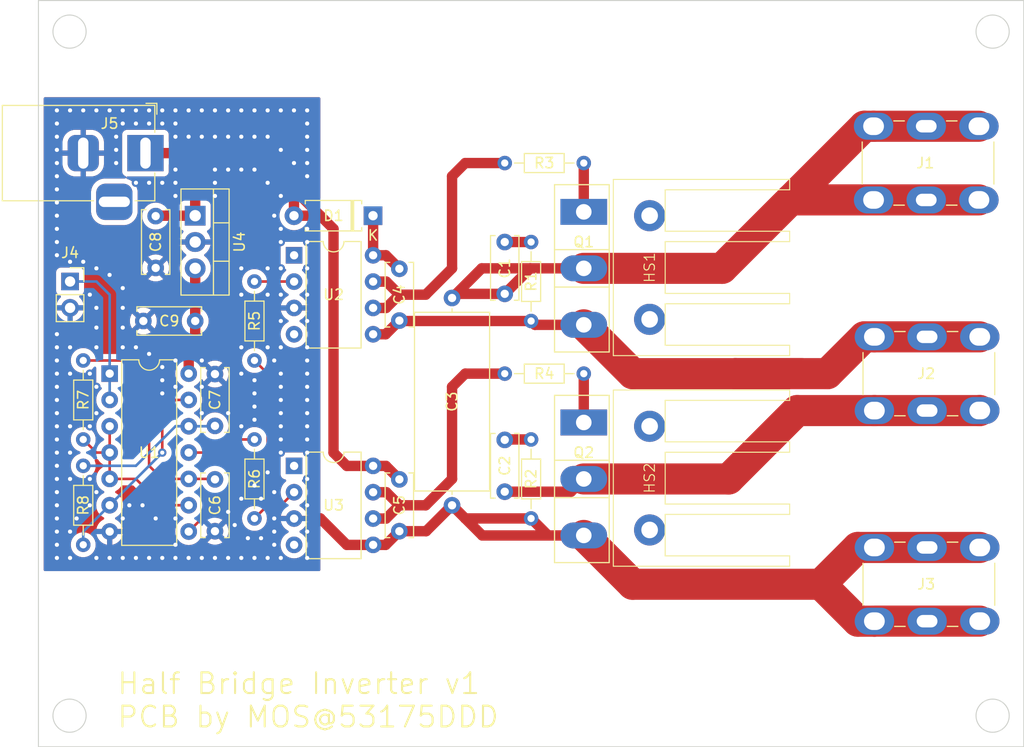
<source format=kicad_pcb>
(kicad_pcb (version 20221018) (generator pcbnew)
  (layers (0 "F.Cu" signal) (31 "B.Cu" signal) (34 "B.Paste" user) (35 "F.Paste" user) (36 "B.SilkS" user "B.Silkscreen") (37 "F.SilkS" user "F.Silkscreen") (38 "B.Mask" user) (39 "F.Mask" user) (44 "Edge.Cuts" user))
  (net 0 "")
  (net 1 "Net-(J1-Pin_1)")
  (net 2 "Net-(C1-Pad2)")
  (net 3 "Net-(J2-Pin_1)")
  (net 4 "Net-(C2-Pad2)")
  (net 5 "GND")
  (net 6 "Net-(D1-K)")
  (net 7 "+12V")
  (net 8 "Net-(C6-Pad1)")
  (net 9 "Net-(C7-Pad2)")
  (net 10 "+5V")
  (net 11 "Net-(J4-Pin_1)")
  (net 12 "Net-(Q1-G)")
  (net 13 "Net-(Q2-G)")
  (net 14 "Net-(R3-Pad1)")
  (net 15 "Net-(R4-Pad1)")
  (net 16 "Net-(R5-Pad1)")
  (net 17 "Net-(U2-A)")
  (net 18 "Net-(R6-Pad1)")
  (net 19 "Net-(U3-A)")
  (net 20 "Net-(R7-Pad1)")
  (net 21 "Net-(R8-Pad1)")
  (footprint "Resistor_THT:R_Axial_DIN0204_L3.6mm_D1.6mm_P7.62mm_Horizontal" (layer "F.Cu") (at 109.22 107.95 90)
    (fp_text reference "R7" (at 3.81 0 90) (layer "F.SilkS"))
    (fp_text value "R")
    (pad "1" thru_hole circle (at 0 0 90) (size 1.4 1.4) (drill 0.7) (layers "*.Cu" "*.Mask") (net 20 "Net-(R7-Pad1)"))
    (pad "2" thru_hole oval (at 7.62 0 90) (size 1.4 1.4) (drill 0.7) (layers "*.Cu" "*.Mask") (net 8 "Net-(C6-Pad1)"))
  )
  (footprint "Package_DIP:DIP-14_W7.62mm" (layer "F.Cu") (at 111.77 101.595)
    (fp_text reference "U1" (at 3.81 7.625) (layer "F.SilkS"))
    (fp_text value "74132")
    (pad "1" thru_hole rect (at 0 0) (size 1.6 1.6) (drill 0.8) (layers "*.Cu" "*.Mask") (net 11 "Net-(J4-Pin_1)"))
    (pad "2" thru_hole oval (at 0 2.54) (size 1.6 1.6) (drill 0.8) (layers "*.Cu" "*.Mask") (net 11 "Net-(J4-Pin_1)"))
    (pad "3" thru_hole oval (at 0 5.08) (size 1.6 1.6) (drill 0.8) (layers "*.Cu" "*.Mask") (net 20 "Net-(R7-Pad1)"))
    (pad "4" thru_hole oval (at 0 7.62) (size 1.6 1.6) (drill 0.8) (layers "*.Cu" "*.Mask") (net 20 "Net-(R7-Pad1)"))
    (pad "5" thru_hole oval (at 0 10.16) (size 1.6 1.6) (drill 0.8) (layers "*.Cu" "*.Mask") (net 20 "Net-(R7-Pad1)"))
    (pad "6" thru_hole oval (at 0 12.7) (size 1.6 1.6) (drill 0.8) (layers "*.Cu" "*.Mask") (net 21 "Net-(R8-Pad1)"))
    (pad "7" thru_hole oval (at 0 15.24) (size 1.6 1.6) (drill 0.8) (layers "*.Cu" "*.Mask") (net 5 "GND"))
    (pad "8" thru_hole oval (at 7.62 15.24) (size 1.6 1.6) (drill 0.8) (layers "*.Cu" "*.Mask") (net 16 "Net-(R5-Pad1)"))
    (pad "9" thru_hole oval (at 7.62 12.7) (size 1.6 1.6) (drill 0.8) (layers "*.Cu" "*.Mask") (net 20 "Net-(R7-Pad1)"))
    (pad "10" thru_hole oval (at 7.62 10.16) (size 1.6 1.6) (drill 0.8) (layers "*.Cu" "*.Mask") (net 8 "Net-(C6-Pad1)"))
    (pad "11" thru_hole oval (at 7.62 7.62) (size 1.6 1.6) (drill 0.8) (layers "*.Cu" "*.Mask") (net 18 "Net-(R6-Pad1)"))
    (pad "12" thru_hole oval (at 7.62 5.08) (size 1.6 1.6) (drill 0.8) (layers "*.Cu" "*.Mask") (net 9 "Net-(C7-Pad2)"))
    (pad "13" thru_hole oval (at 7.62 2.54) (size 1.6 1.6) (drill 0.8) (layers "*.Cu" "*.Mask") (net 21 "Net-(R8-Pad1)"))
    (pad "14" thru_hole oval (at 7.62 0) (size 1.6 1.6) (drill 0.8) (layers "*.Cu" "*.Mask") (net 10 "+5V"))
  )
  (footprint "Resistor_THT:R_Axial_DIN0204_L3.6mm_D1.6mm_P7.62mm_Horizontal" (layer "F.Cu") (at 149.86 81.28)
    (fp_text reference "R3" (at 3.81 0) (layer "F.SilkS"))
    (fp_text value "R")
    (pad "1" thru_hole circle (at 0 0) (size 1.4 1.4) (drill 0.7) (layers "*.Cu" "*.Mask") (net 14 "Net-(R3-Pad1)"))
    (pad "2" thru_hole oval (at 7.62 0) (size 1.4 1.4) (drill 0.7) (layers "*.Cu" "*.Mask") (net 12 "Net-(Q1-G)"))
  )
  (footprint "Resistor_THT:R_Axial_DIN0204_L3.6mm_D1.6mm_P7.62mm_Horizontal" (layer "F.Cu") (at 125.73 107.95 -90)
    (fp_text reference "R6" (at 3.81 0 90) (layer "F.SilkS"))
    (fp_text value "R")
    (pad "1" thru_hole circle (at 0 0 270) (size 1.4 1.4) (drill 0.7) (layers "*.Cu" "*.Mask") (net 18 "Net-(R6-Pad1)"))
    (pad "2" thru_hole oval (at 7.62 0 270) (size 1.4 1.4) (drill 0.7) (layers "*.Cu" "*.Mask") (net 19 "Net-(U3-A)"))
  )
  (footprint "Capacitor_THT:C_Axial_L17.0mm_D7.0mm_P20.00mm_Horizontal" (layer "F.Cu") (at 144.78 94.3 -90)
    (fp_text reference "C3" (at 10 0 90) (layer "F.SilkS"))
    (fp_text value "C")
    (pad "1" thru_hole circle (at 0 0 270) (size 1.6 1.6) (drill 0.8) (layers "*.Cu" "*.Mask") (net 1 "Net-(J1-Pin_1)"))
    (pad "2" thru_hole oval (at 20 0 270) (size 1.6 1.6) (drill 0.8) (layers "*.Cu" "*.Mask") (net 5 "GND"))
  )
  (footprint "Connector_BarrelJack:BarrelJack_Horizontal" (layer "F.Cu") (at 115.22 80.3225)
    (fp_text reference "J5" (at -3.46 -2.8525) (layer "F.SilkS"))
    (fp_text value "Barrel_Jack")
    (pad "1" thru_hole rect (at 0 0) (size 3.5 3.5) (drill oval 1 3) (layers "*.Cu" "*.Mask") (net 7 "+12V"))
    (pad "2" thru_hole roundrect (at -6 0) (size 3 3.5) (drill oval 1 3) (layers "*.Cu" "*.Mask") (net 5 "GND"))
    (pad "3" thru_hole roundrect (at -3 4.7) (size 3.5 3.5) (drill oval 3 1) (layers "*.Cu" "*.Mask"))
  )
  (footprint "Capacitor_THT:C_Disc_D6.0mm_W2.5mm_P5.00mm" (layer "F.Cu") (at 139.7 91.48 -90)
    (fp_text reference "C4" (at 2.5 0 90) (layer "F.SilkS"))
    (fp_text value "C")
    (pad "1" thru_hole circle (at 0 0 270) (size 1.6 1.6) (drill 0.8) (layers "*.Cu" "*.Mask") (net 6 "Net-(D1-K)"))
    (pad "2" thru_hole circle (at 5 0 270) (size 1.6 1.6) (drill 0.8) (layers "*.Cu" "*.Mask") (net 3 "Net-(J2-Pin_1)"))
  )
  (footprint "Capacitor_THT:C_Disc_D6.0mm_W2.5mm_P5.00mm" (layer "F.Cu") (at 149.86 93.9 90)
    (fp_text reference "C1" (at 2.46 0 90) (layer "F.SilkS"))
    (fp_text value "C")
    (pad "1" thru_hole circle (at 0 0 90) (size 1.6 1.6) (drill 0.8) (layers "*.Cu" "*.Mask") (net 1 "Net-(J1-Pin_1)"))
    (pad "2" thru_hole circle (at 5 0 90) (size 1.6 1.6) (drill 0.8) (layers "*.Cu" "*.Mask") (net 2 "Net-(C1-Pad2)"))
  )
  (footprint "Screw-on-Board:Screw-on-Board" (layer "F.Cu") (at 190.5 121.92)
    (fp_text reference "J3" (at 0 0) (layer "F.SilkS"))
    (fp_text value "Conn_01x01_Pin")
    (pad "1" thru_hole oval (at -5 -3.55) (size 3.8 2.6) (drill oval 2 1.7) (layers "*.Cu" "*.Mask") (net 5 "GND"))
    (pad "1" thru_hole oval (at -5 3.562) (size 3.8 2.6) (drill oval 2 1.7) (layers "*.Cu" "*.Mask") (net 5 "GND"))
    (pad "1" thru_hole oval (at 0.08 -3.55) (size 3.8 2.6) (drill oval 2 1.2) (layers "*.Cu" "*.Mask") (net 5 "GND"))
    (pad "1" thru_hole oval (at 0.08 3.562) (size 3.8 2.6) (drill oval 2 1.2) (layers "*.Cu" "*.Mask") (net 5 "GND"))
    (pad "1" thru_hole oval (at 5.16 -3.55) (size 3.8 2.6) (drill oval 2 1.7) (layers "*.Cu" "*.Mask") (net 5 "GND"))
    (pad "1" thru_hole oval (at 5.16 3.556) (size 3.8 2.6) (drill oval 2 1.7) (layers "*.Cu" "*.Mask") (net 5 "GND"))
  )
  (footprint "Screw-on-Board:Screw-on-Board" (layer "F.Cu") (at 190.5 101.6)
    (fp_text reference "J2" (at 0 0) (layer "F.SilkS"))
    (fp_text value "Conn_01x01_Pin")
    (pad "1" thru_hole oval (at -5 -3.55) (size 3.8 2.6) (drill oval 2 1.7) (layers "*.Cu" "*.Mask") (net 3 "Net-(J2-Pin_1)"))
    (pad "1" thru_hole oval (at -5 3.562) (size 3.8 2.6) (drill oval 2 1.7) (layers "*.Cu" "*.Mask") (net 3 "Net-(J2-Pin_1)"))
    (pad "1" thru_hole oval (at 0.08 -3.55) (size 3.8 2.6) (drill oval 2 1.2) (layers "*.Cu" "*.Mask") (net 3 "Net-(J2-Pin_1)"))
    (pad "1" thru_hole oval (at 0.08 3.562) (size 3.8 2.6) (drill oval 2 1.2) (layers "*.Cu" "*.Mask") (net 3 "Net-(J2-Pin_1)"))
    (pad "1" thru_hole oval (at 5.16 -3.55) (size 3.8 2.6) (drill oval 2 1.7) (layers "*.Cu" "*.Mask") (net 3 "Net-(J2-Pin_1)"))
    (pad "1" thru_hole oval (at 5.16 3.556) (size 3.8 2.6) (drill oval 2 1.7) (layers "*.Cu" "*.Mask") (net 3 "Net-(J2-Pin_1)"))
  )
  (footprint "Resistor_THT:R_Axial_DIN0204_L3.6mm_D1.6mm_P7.62mm_Horizontal" (layer "F.Cu") (at 125.73 100.33 90)
    (fp_text reference "R5" (at 3.81 0 90) (layer "F.SilkS"))
    (fp_text value "R")
    (pad "1" thru_hole circle (at 0 0 90) (size 1.4 1.4) (drill 0.7) (layers "*.Cu" "*.Mask") (net 16 "Net-(R5-Pad1)"))
    (pad "2" thru_hole oval (at 7.62 0 90) (size 1.4 1.4) (drill 0.7) (layers "*.Cu" "*.Mask") (net 17 "Net-(U2-A)"))
  )
  (footprint "Package_DIP:DIP-8_W7.62mm" (layer "F.Cu") (at 129.55 110.5)
    (fp_text reference "U3" (at 3.81 3.8) (layer "F.SilkS"))
    (fp_text value "TLP250")
    (pad "1" thru_hole rect (at 0 0) (size 1.6 1.6) (drill 0.8) (layers "*.Cu" "*.Mask"))
    (pad "2" thru_hole oval (at 0 2.54) (size 1.6 1.6) (drill 0.8) (layers "*.Cu" "*.Mask") (net 19 "Net-(U3-A)"))
    (pad "3" thru_hole oval (at 0 5.08) (size 1.6 1.6) (drill 0.8) (layers "*.Cu" "*.Mask") (net 5 "GND"))
    (pad "4" thru_hole oval (at 0 7.62) (size 1.6 1.6) (drill 0.8) (layers "*.Cu" "*.Mask"))
    (pad "5" thru_hole oval (at 7.62 7.62) (size 1.6 1.6) (drill 0.8) (layers "*.Cu" "*.Mask") (net 5 "GND"))
    (pad "6" thru_hole oval (at 7.62 5.08) (size 1.6 1.6) (drill 0.8) (layers "*.Cu" "*.Mask") (net 15 "Net-(R4-Pad1)"))
    (pad "7" thru_hole oval (at 7.62 2.54) (size 1.6 1.6) (drill 0.8) (layers "*.Cu" "*.Mask") (net 15 "Net-(R4-Pad1)"))
    (pad "8" thru_hole oval (at 7.62 0) (size 1.6 1.6) (drill 0.8) (layers "*.Cu" "*.Mask") (net 7 "+12V"))
  )
  (footprint "Capacitor_THT:C_Disc_D6.0mm_W2.5mm_P5.00mm" (layer "F.Cu") (at 121.92 101.64 -90)
    (fp_text reference "C7" (at 2.5 0 90) (layer "F.SilkS"))
    (fp_text value "C")
    (pad "1" thru_hole circle (at 0 0 270) (size 1.6 1.6) (drill 0.8) (layers "*.Cu" "*.Mask") (net 5 "GND"))
    (pad "2" thru_hole circle (at 5 0 270) (size 1.6 1.6) (drill 0.8) (layers "*.Cu" "*.Mask") (net 9 "Net-(C7-Pad2)"))
  )
  (footprint "Diode_THT:D_A-405_P7.62mm_Horizontal" (layer "F.Cu") (at 137.16 86.36 180)
    (fp_text reference "D1" (at 3.81 0) (layer "F.SilkS"))
    (fp_text value "D")
    (fp_text user "K" (at 0 -1.9) (layer "F.SilkS"))
    (pad "1" thru_hole rect (at 0 0 180) (size 1.8 1.8) (drill 0.9) (layers "*.Cu" "*.Mask") (net 6 "Net-(D1-K)"))
    (pad "2" thru_hole oval (at 7.62 0 180) (size 1.8 1.8) (drill 0.9) (layers "*.Cu" "*.Mask") (net 7 "+12V"))
  )
  (footprint "Resistor_THT:R_Axial_DIN0204_L3.6mm_D1.6mm_P7.62mm_Horizontal" (layer "F.Cu") (at 152.4 107.95 -90)
    (fp_text reference "R2" (at 3.81 0 90) (layer "F.SilkS"))
    (fp_text value "R")
    (pad "1" thru_hole circle (at 0 0 270) (size 1.4 1.4) (drill 0.7) (layers "*.Cu" "*.Mask") (net 4 "Net-(C2-Pad2)"))
    (pad "2" thru_hole oval (at 7.62 0 270) (size 1.4 1.4) (drill 0.7) (layers "*.Cu" "*.Mask") (net 5 "GND"))
  )
  (footprint "Capacitor_THT:C_Disc_D6.0mm_W2.5mm_P5.00mm" (layer "F.Cu") (at 149.86 112.99 90)
    (fp_text reference "C2" (at 2.5 0 90) (layer "F.SilkS"))
    (fp_text value "C")
    (pad "1" thru_hole circle (at 0 0 90) (size 1.6 1.6) (drill 0.8) (layers "*.Cu" "*.Mask") (net 3 "Net-(J2-Pin_1)"))
    (pad "2" thru_hole circle (at 5 0 90) (size 1.6 1.6) (drill 0.8) (layers "*.Cu" "*.Mask") (net 4 "Net-(C2-Pad2)"))
  )
  (footprint "Heatsink:16PB017" (layer "F.Cu") (at 163.83 91.36 -90)
    (fp_text reference "HS1" (at 0 0 90 unlocked) (layer "F.SilkS") (effects (font (thickness 0.1))))
    (fp_text value "Heatsink_Pad_2Pin")
    (pad "1" thru_hole circle (at -5 0 270) (size 3 3) (drill 1.6) (layers "*.Cu" "*.Mask") (net 5 "GND"))
    (pad "2" thru_hole circle (at 5 0 270) (size 3 3) (drill 1.6) (layers "*.Cu" "*.Mask") (net 5 "GND"))
  )
  (footprint "Capacitor_THT:C_Disc_D6.0mm_W2.5mm_P5.00mm" (layer "F.Cu") (at 139.7 111.8 -90)
    (fp_text reference "C5" (at 2.5 0 90) (layer "F.SilkS"))
    (fp_text value "C")
    (pad "1" thru_hole circle (at 0 0 270) (size 1.6 1.6) (drill 0.8) (layers "*.Cu" "*.Mask") (net 7 "+12V"))
    (pad "2" thru_hole circle (at 5 0 270) (size 1.6 1.6) (drill 0.8) (layers "*.Cu" "*.Mask") (net 5 "GND"))
  )
  (footprint "Resistor_THT:R_Axial_DIN0204_L3.6mm_D1.6mm_P7.62mm_Horizontal" (layer "F.Cu") (at 109.22 118.11 90)
    (fp_text reference "R8" (at 3.81 0 90) (layer "F.SilkS"))
    (fp_text value "R")
    (pad "1" thru_hole circle (at 0 0 90) (size 1.4 1.4) (drill 0.7) (layers "*.Cu" "*.Mask") (net 21 "Net-(R8-Pad1)"))
    (pad "2" thru_hole oval (at 7.62 0 90) (size 1.4 1.4) (drill 0.7) (layers "*.Cu" "*.Mask") (net 9 "Net-(C7-Pad2)"))
  )
  (footprint "Package_TO_SOT_THT:TO-220-3_Vertical" (layer "F.Cu") (at 120.015 86.36 -90)
    (fp_text reference "U4" (at 2.54 -4.27 90) (layer "F.SilkS"))
    (fp_text value "L7805")
    (pad "1" thru_hole rect (at 0 0 270) (size 1.905 2) (drill 1.1) (layers "*.Cu" "*.Mask") (net 7 "+12V"))
    (pad "2" thru_hole oval (at 2.54 0 270) (size 1.905 2) (drill 1.1) (layers "*.Cu" "*.Mask") (net 5 "GND"))
    (pad "3" thru_hole oval (at 5.08 0 270) (size 1.905 2) (drill 1.1) (layers "*.Cu" "*.Mask") (net 10 "+5V"))
  )
  (footprint "Package_TO_SOT_THT:TO-247-3_Vertical" (layer "F.Cu") (at 157.48 85.99 -90)
    (fp_text reference "Q1" (at 2.91 0 -180) (layer "F.SilkS"))
    (fp_text value "BUZ11")
    (pad "1" thru_hole rect (at 0 0 270) (size 2.5 4.5) (drill 1.5) (layers "*.Cu" "*.Mask") (net 12 "Net-(Q1-G)"))
    (pad "2" thru_hole oval (at 5.45 0 270) (size 2.5 4.5) (drill 1.5) (layers "*.Cu" "*.Mask") (net 1 "Net-(J1-Pin_1)"))
    (pad "3" thru_hole oval (at 10.9 0 270) (size 2.5 4.5) (drill 1.5) (layers "*.Cu" "*.Mask") (net 3 "Net-(J2-Pin_1)"))
  )
  (footprint "Resistor_THT:R_Axial_DIN0204_L3.6mm_D1.6mm_P7.62mm_Horizontal" (layer "F.Cu") (at 149.86 101.6)
    (fp_text reference "R4" (at 3.81 0) (layer "F.SilkS"))
    (fp_text value "R")
    (pad "1" thru_hole circle (at 0 0) (size 1.4 1.4) (drill 0.7) (layers "*.Cu" "*.Mask") (net 15 "Net-(R4-Pad1)"))
    (pad "2" thru_hole oval (at 7.62 0) (size 1.4 1.4) (drill 0.7) (layers "*.Cu" "*.Mask") (net 13 "Net-(Q2-G)"))
  )
  (footprint "Capacitor_THT:C_Disc_D6.0mm_W2.5mm_P5.00mm" (layer "F.Cu") (at 120.015 96.52 180)
    (fp_text reference "C9" (at 2.5 0) (layer "F.SilkS"))
    (fp_text value "C")
    (pad "1" thru_hole circle (at 0 0 180) (size 1.6 1.6) (drill 0.8) (layers "*.Cu" "*.Mask") (net 10 "+5V"))
    (pad "2" thru_hole circle (at 5 0 180) (size 1.6 1.6) (drill 0.8) (layers "*.Cu" "*.Mask") (net 5 "GND"))
  )
  (footprint "Screw-on-Board:Screw-on-Board" (layer "F.Cu") (at 190.42 81.28)
    (fp_text reference "J1" (at 0 0) (layer "F.SilkS"))
    (fp_text value "Conn_01x01_Pin")
    (pad "1" thru_hole oval (at -5 -3.55) (size 3.8 2.6) (drill oval 2 1.7) (layers "*.Cu" "*.Mask") (net 1 "Net-(J1-Pin_1)"))
    (pad "1" thru_hole oval (at -5 3.562) (size 3.8 2.6) (drill oval 2 1.7) (layers "*.Cu" "*.Mask") (net 1 "Net-(J1-Pin_1)"))
    (pad "1" thru_hole oval (at 0.08 -3.55) (size 3.8 2.6) (drill oval 2 1.2) (layers "*.Cu" "*.Mask") (net 1 "Net-(J1-Pin_1)"))
    (pad "1" thru_hole oval (at 0.08 3.562) (size 3.8 2.6) (drill oval 2 1.2) (layers "*.Cu" "*.Mask") (net 1 "Net-(J1-Pin_1)"))
    (pad "1" thru_hole oval (at 5.16 -3.55) (size 3.8 2.6) (drill oval 2 1.7) (layers "*.Cu" "*.Mask") (net 1 "Net-(J1-Pin_1)"))
    (pad "1" thru_hole oval (at 5.16 3.556) (size 3.8 2.6) (drill oval 2 1.7) (layers "*.Cu" "*.Mask") (net 1 "Net-(J1-Pin_1)"))
  )
  (footprint "Capacitor_THT:C_Disc_D6.0mm_W2.5mm_P5.00mm" (layer "F.Cu") (at 116.205 86.4 -90)
    (fp_text reference "C8" (at 2.5 0 90) (layer "F.SilkS"))
    (fp_text value "C")
    (pad "1" thru_hole circle (at 0 0 270) (size 1.6 1.6) (drill 0.8) (layers "*.Cu" "*.Mask") (net 7 "+12V"))
    (pad "2" thru_hole circle (at 5 0 270) (size 1.6 1.6) (drill 0.8) (layers "*.Cu" "*.Mask") (net 5 "GND"))
  )
  (footprint "Heatsink:16PB017" (layer "F.Cu") (at 163.83 111.68 -90)
    (fp_text reference "HS2" (at 0 0 90 unlocked) (layer "F.SilkS") (effects (font (thickness 0.1))))
    (fp_text value "Heatsink_Pad_2Pin")
    (pad "1" thru_hole circle (at -5 0 270) (size 3 3) (drill 1.6) (layers "*.Cu" "*.Mask") (net 5 "GND"))
    (pad "2" thru_hole circle (at 5 0 270) (size 3 3) (drill 1.6) (layers "*.Cu" "*.Mask") (net 5 "GND"))
  )
  (footprint "Resistor_THT:R_Axial_DIN0204_L3.6mm_D1.6mm_P7.62mm_Horizontal" (layer "F.Cu") (at 152.4 88.9 -90)
    (fp_text reference "R1" (at 3.81 0 90) (layer "F.SilkS"))
    (fp_text value "R")
    (pad "1" thru_hole circle (at 0 0 270) (size 1.4 1.4) (drill 0.7) (layers "*.Cu" "*.Mask") (net 2 "Net-(C1-Pad2)"))
    (pad "2" thru_hole oval (at 7.62 0 270) (size 1.4 1.4) (drill 0.7) (layers "*.Cu" "*.Mask") (net 3 "Net-(J2-Pin_1)"))
  )
  (footprint "Package_DIP:DIP-8_W7.62mm" (layer "F.Cu") (at 129.55 90.18)
    (fp_text reference "U2" (at 3.81 3.8) (layer "F.SilkS"))
    (fp_text value "TLP250")
    (pad "1" thru_hole rect (at 0 0) (size 1.6 1.6) (drill 0.8) (layers "*.Cu" "*.Mask"))
    (pad "2" thru_hole oval (at 0 2.54) (size 1.6 1.6) (drill 0.8) (layers "*.Cu" "*.Mask") (net 17 "Net-(U2-A)"))
    (pad "3" thru_hole oval (at 0 5.08) (size 1.6 1.6) (drill 0.8) (layers "*.Cu" "*.Mask") (net 5 "GND"))
    (pad "4" thru_hole oval (at 0 7.62) (size 1.6 1.6) (drill 0.8) (layers "*.Cu" "*.Mask"))
    (pad "5" thru_hole oval (at 7.62 7.62) (size 1.6 1.6) (drill 0.8) (layers "*.Cu" "*.Mask") (net 3 "Net-(J2-Pin_1)"))
    (pad "6" thru_hole oval (at 7.62 5.08) (size 1.6 1.6) (drill 0.8) (layers "*.Cu" "*.Mask") (net 14 "Net-(R3-Pad1)"))
    (pad "7" thru_hole oval (at 7.62 2.54) (size 1.6 1.6) (drill 0.8) (layers "*.Cu" "*.Mask") (net 14 "Net-(R3-Pad1)"))
    (pad "8" thru_hole oval (at 7.62 0) (size 1.6 1.6) (drill 0.8) (layers "*.Cu" "*.Mask") (net 6 "Net-(D1-K)"))
  )
  (footprint "Package_TO_SOT_THT:TO-247-3_Vertical" (layer "F.Cu") (at 157.48 106.31 -90)
    (fp_text reference "Q2" (at 2.91 0 -180) (layer "F.SilkS"))
    (fp_text value "BUZ11")
    (pad "1" thru_hole rect (at 0 0 270) (size 2.5 4.5) (drill 1.5) (layers "*.Cu" "*.Mask") (net 13 "Net-(Q2-G)"))
    (pad "2" thru_hole oval (at 5.45 0 270) (size 2.5 4.5) (drill 1.5) (layers "*.Cu" "*.Mask") (net 3 "Net-(J2-Pin_1)"))
    (pad "3" thru_hole oval (at 10.9 0 270) (size 2.5 4.5) (drill 1.5) (layers "*.Cu" "*.Mask") (net 5 "GND"))
  )
  (footprint "Connector_PinSocket_2.54mm:PinSocket_1x02_P2.54mm_Vertical" (layer "F.Cu") (at 107.95 92.71)
    (fp_text reference "J4" (at 0 -2.77) (layer "F.SilkS"))
    (fp_text value "Conn_01x02_Pin")
    (pad "1" thru_hole rect (at 0 0) (size 1.7 1.7) (drill 1) (layers "*.Cu" "*.Mask") (net 11 "Net-(J4-Pin_1)"))
    (pad "2" thru_hole oval (at 0 2.54) (size 1.7 1.7) (drill 1) (layers "*.Cu" "*.Mask") (net 5 "GND"))
  )
  (footprint "Capacitor_THT:C_Disc_D6.0mm_W2.5mm_P5.00mm" (layer "F.Cu") (at 121.92 111.8 -90)
    (fp_text reference "C6" (at 2.5 0 90) (layer "F.SilkS"))
    (fp_text value "C")
    (pad "1" thru_hole circle (at 0 0 270) (size 1.6 1.6) (drill 0.8) (layers "*.Cu" "*.Mask") (net 8 "Net-(C6-Pad1)"))
    (pad "2" thru_hole circle (at 5 0 270) (size 1.6 1.6) (drill 0.8) (layers "*.Cu" "*.Mask") (net 5 "GND"))
  )
  (gr_circle (center 196.9 134.6) (end 195.3 134.6) (stroke (width 0.1)) (fill none) (layer "Edge.Cuts"))
  (gr_circle (center 196.9 68.6) (end 196.9 70.2) (stroke (width 0.1)) (fill none) (layer "Edge.Cuts"))
  (gr_circle (center 107.9 134.6) (end 107.9 133) (stroke (width 0.1)) (fill none) (layer "Edge.Cuts"))
  (gr_rect (start 104.9 65.6) (end 199.9 137.6) (stroke (width 0.1)) (fill none) (layer "Edge.Cuts"))
  (gr_circle (center 107.9 68.6) (end 109.5 68.6) (stroke (width 0.1)) (fill none) (layer "Edge.Cuts"))
  (gr_text "Half Bridge Inverter v1\nPCB by MOS@53175DDD" (at 112.395 135.89) (layer "F.SilkS") (effects (font (size 2 2) (thickness 0.2)) (justify left bottom)))
  (segment (start 177.546 84.836) (end 177.4825 84.7725) (width 3) (layer "F.Cu") (net 1))
  (segment (start 152.32 91.44) (end 147.64 91.44) (width 1) (layer "F.Cu") (net 1))
  (segment (start 185.42 77.73) (end 184.525 77.73) (width 3) (layer "F.Cu") (net 1))
  (segment (start 195.58 84.836) (end 177.546 84.836) (width 3) (layer "F.Cu") (net 1))
  (segment (start 177.4825 84.7725) (end 170.815 91.44) (width 3) (layer "F.Cu") (net 1))
  (segment (start 184.525 77.73) (end 177.4825 84.7725) (width 3) (layer "F.Cu") (net 1))
  (segment (start 147.64 91.44) (end 145.18 93.9) (width 1) (layer "F.Cu") (net 1))
  (segment (start 170.815 91.44) (end 157.48 91.44) (width 3) (layer "F.Cu") (net 1))
  (segment (start 195.58 77.73) (end 185.42 77.73) (width 3) (layer "F.Cu") (net 1))
  (segment (start 149.86 93.9) (end 145.18 93.9) (width 1) (layer "F.Cu") (net 1))
  (segment (start 145.18 93.9) (end 144.78 94.3) (width 1) (layer "F.Cu") (net 1))
  (segment (start 152.32 91.44) (end 149.86 93.9) (width 1) (layer "F.Cu") (net 1))
  (segment (start 157.48 91.44) (end 152.32 91.44) (width 1) (layer "F.Cu") (net 1))
  (segment (start 152.4 88.9) (end 149.86 88.9) (width 1) (layer "F.Cu") (net 2))
  (segment (start 157.48 96.89) (end 152.77 96.89) (width 1) (layer "F.Cu") (net 3))
  (segment (start 185.5 105.162) (end 195.654 105.162) (width 3) (layer "F.Cu") (net 3))
  (segment (start 195.654 105.162) (end 195.66 105.156) (width 3) (layer "F.Cu") (net 3))
  (segment (start 152.4 96.52) (end 139.74 96.52) (width 1) (layer "F.Cu") (net 3))
  (segment (start 138.38 97.8) (end 139.7 96.48) (width 1) (layer "F.Cu") (net 3))
  (segment (start 184.525 98.05) (end 180.975 101.6) (width 3) (layer "F.Cu") (net 3))
  (segment (start 171.45 111.76) (end 178.048 105.162) (width 3) (layer "F.Cu") (net 3))
  (segment (start 185.5 98.05) (end 184.525 98.05) (width 3) (layer "F.Cu") (net 3))
  (segment (start 195.66 98.05) (end 185.5 98.05) (width 3) (layer "F.Cu") (net 3))
  (segment (start 172.085 101.6) (end 178.515242 101.6) (width 3) (layer "F.Cu") (net 3))
  (segment (start 178.048 105.162) (end 185.5 105.162) (width 3) (layer "F.Cu") (net 3))
  (segment (start 180.975 101.6) (end 172.085 101.6) (width 3) (layer "F.Cu") (net 3))
  (segment (start 172.085 101.6) (end 162.19 101.6) (width 3) (layer "F.Cu") (net 3))
  (segment (start 156.25 112.99) (end 157.48 111.76) (width 1) (layer "F.Cu") (net 3))
  (segment (start 149.86 112.99) (end 156.25 112.99) (width 1) (layer "F.Cu") (net 3))
  (segment (start 139.74 96.52) (end 139.7 96.48) (width 1) (layer "F.Cu") (net 3))
  (segment (start 137.17 97.8) (end 138.38 97.8) (width 1) (layer "F.Cu") (net 3))
  (segment (start 157.48 111.76) (end 171.45 111.76) (width 3) (layer "F.Cu") (net 3))
  (segment (start 162.19 101.6) (end 157.48 96.89) (width 3) (layer "F.Cu") (net 3))
  (segment (start 152.77 96.89) (end 152.4 96.52) (width 1) (layer "F.Cu") (net 3))
  (segment (start 152.4 107.95) (end 149.9 107.95) (width 1) (layer "F.Cu") (net 4))
  (segment (start 149.9 107.95) (end 149.86 107.99) (width 1) (layer "F.Cu") (net 4))
  (segment (start 139.7 116.8) (end 142.28 116.8) (width 1) (layer "F.Cu") (net 5))
  (segment (start 195.66 125.476) (end 185.506 125.476) (width 3) (layer "F.Cu") (net 5))
  (segment (start 195.66 118.37) (end 183.89 118.37) (width 3) (layer "F.Cu") (net 5))
  (segment (start 134.63 118.12) (end 132.08 115.57) (width 1) (layer "F.Cu") (net 5))
  (segment (start 185.506 125.476) (end 185.5 125.482) (width 3) (layer "F.Cu") (net 5))
  (segment (start 157.48 117.21) (end 154.04 117.21) (width 1) (layer "F.Cu") (net 5))
  (segment (start 152.4 115.57) (end 146.05 115.57) (width 1) (layer "F.Cu") (net 5))
  (segment (start 183.902 125.482) (end 185.5 125.482) (width 3) (layer "F.Cu") (net 5))
  (segment (start 154.04 117.21) (end 152.4 115.57) (width 1) (layer "F.Cu") (net 5))
  (segment (start 132.08 115.57) (end 131.445 115.57) (width 1) (layer "F.Cu") (net 5))
  (segment (start 138.38 118.12) (end 139.7 116.8) (width 1) (layer "F.Cu") (net 5))
  (segment (start 154.04 117.21) (end 147.69 117.21) (width 1) (layer "F.Cu") (net 5))
  (segment (start 183.89 118.37) (end 180.34 121.92) (width 3) (layer "F.Cu") (net 5))
  (segment (start 162.19 121.92) (end 157.48 117.21) (width 3) (layer "F.Cu") (net 5))
  (segment (start 132.08 115.57) (end 132.07 115.58) (width 1) (layer "F.Cu") (net 5))
  (segment (start 137.17 118.12) (end 134.63 118.12) (width 1) (layer "F.Cu") (net 5))
  (segment (start 180.34 121.92) (end 162.19 121.92) (width 3) (layer "F.Cu") (net 5))
  (segment (start 146.05 115.57) (end 144.78 114.3) (width 1) (layer "F.Cu") (net 5))
  (segment (start 147.69 117.21) (end 146.05 115.57) (width 1) (layer "F.Cu") (net 5))
  (segment (start 137.17 118.12) (end 138.38 118.12) (width 1) (layer "F.Cu") (net 5))
  (segment (start 180.34 121.92) (end 183.902 125.482) (width 3) (layer "F.Cu") (net 5))
  (segment (start 142.28 116.8) (end 144.78 114.3) (width 1) (layer "F.Cu") (net 5))
  (via (at 114.3 83.185) (size 0.8) (drill 0.4) (layers "F.Cu" "B.Cu") (net 5))
  (via (at 121.92 84.455) (size 0.8) (drill 0.4) (layers "F.Cu" "B.Cu") (net 5))
  (via (at 130.81 119.38) (size 0.8) (drill 0.4) (layers "F.Cu" "B.Cu") (net 5))
  (via (at 124.46 113.665) (size 0.8) (drill 0.4) (layers "F.Cu" "B.Cu") (net 5))
  (via (at 130.81 116.84) (size 0.8) (drill 0.4) (layers "F.Cu" "B.Cu") (net 5))
  (via (at 130.81 105.41) (size 0.8) (drill 0.4) (layers "F.Cu" "B.Cu") (net 5))
  (via (at 120.65 105.41) (size 0.8) (drill 0.4) (layers "F.Cu" "B.Cu") (net 5))
  (via (at 118.11 119.38) (size 0.8) (drill 0.4) (layers "F.Cu" "B.Cu") (net 5))
  (via (at 116.84 100.965) (size 0.8) (drill 0.4) (layers "F.Cu" "B.Cu") (net 5))
  (via (at 106.68 111.76) (size 0.8) (drill 0.4) (layers "F.Cu" "B.Cu") (net 5))
  (via (at 127.635 118.11) (size 0.8) (drill 0.4) (layers "F.Cu" "B.Cu") (net 5))
  (via (at 120.65 76.2) (size 0.8) (drill 0.4) (layers "F.Cu" "B.Cu") (net 5))
  (via (at 128.27 96.52) (size 0.8) (drill 0.4) (layers "F.Cu" "B.Cu") (net 5))
  (via (at 128.27 104.14) (size 0.8) (drill 0.4) (layers "F.Cu" "B.Cu") (net 5))
  (via (at 116.84 119.38) (size 0.8) (drill 0.4) (layers "F.Cu" "B.Cu") (net 5))
  (via (at 114.3 76.2) (size 0.8) (drill 0.4) (layers "F.Cu" "B.Cu") (net 5))
  (via (at 118.11 84.455) (size 0.8) (drill 0.4) (layers "F.Cu" "B.Cu") (net 5))
  (via (at 109.22 90.805) (size 0.8) (drill 0.4) (layers "F.Cu" "B.Cu") (net 5))
  (via (at 130.81 111.76) (size 0.8) (drill 0.4) (layers "F.Cu" "B.Cu") (net 5))
  (via (at 125.73 119.38) (size 0.8) (drill 0.4) (layers "F.Cu" "B.Cu") (net 5))
  (via (at 124.46 76.2) (size 0.8) (drill 0.4) (layers "F.Cu" "B.Cu") (net 5))
  (via (at 130.81 93.98) (size 0.8) (drill 0.4) (layers "F.Cu" "B.Cu") (net 5))
  (via (at 113.03 97.155) (size 0.8) (drill 0.4) (layers "F.Cu" "B.Cu") (net 5))
  (via (at 130.81 102.87) (size 0.8) (drill 0.4) (layers "F.Cu" "B.Cu") (net 5))
  (via (at 106.68 101.6) (size 0.8) (drill 0.4) (layers "F.Cu" "B.Cu") (net 5))
  (via (at 125.73 112.395) (size 0.8) (drill 0.4) (layers "F.Cu" "B.Cu") (net 5))
  (via (at 130.81 80.01) (size 0.8) (drill 0.4) (layers "F.Cu" "B.Cu") (net 5))
  (via (at 111.76 119.38) (size 0.8) (drill 0.4) (layers "F.Cu" "B.Cu") (net 5))
  (via (at 123.19 81.915) (size 0.8) (drill 0.4) (layers "F.Cu" "B.Cu") (net 5))
  (via (at 107.95 116.84) (size 0.8) (drill 0.4) (layers "F.Cu" "B.Cu") (net 5))
  (via (at 118.11 115.57) (size 0.8) (drill 0.4) (layers "F.Cu" "B.Cu") (net 5))
  (via (at 128.27 84.455) (size 0.8) (drill 0.4) (layers "F.Cu" "B.Cu") (net 5))
  (via (at 114.3 119.38) (size 0.8) (drill 0.4) (layers "F.Cu" "B.Cu") (net 5))
  (via (at 112.395 78.74) (size 0.8) (drill 0.4) (layers "F.Cu" "B.Cu") (net 5))
  (via (at 108.585 115.57) (size 0.8) (drill 0.4) (layers "F.Cu" "B.Cu") (net 5))
  (via (at 125.095 117.475) (size 0.8) (drill 0.4) (layers "F.Cu" "B.Cu") (net 5))
  (via (at 120.65 78.74) (size 0.8) (drill 0.4) (layers "F.Cu" "B.Cu") (net 5))
  (via (at 118.11 81.915) (size 0.8) (drill 0.4) (layers "F.Cu" "B.Cu") (net 5))
  (via (at 130.81 96.52) (size 0.8) (drill 0.4) (layers "F.Cu" "B.Cu") (net 5))
  (via (at 112.395 80.01) (size 0.8) (drill 0.4) (layers "F.Cu" "B.Cu") (net 5))
  (via (at 130.81 107.95) (size 0.8) (drill 0.4) (layers "F.Cu" "B.Cu") (net 5))
  (via (at 127 83.185) (size 0.8) (drill 0.4) (layers "F.Cu" "B.Cu") (net 5))
  (via (at 130.81 100.33) (size 0.8) (drill 0.4) (layers "F.Cu" "B.Cu") (net 5))
  (via (at 128.27 101.6) (size 0.8) (drill 0.4) (layers "F.Cu" "B.Cu") (net 5))
  (via (at 128.27 106.68) (size 0.8) (drill 0.4) (layers "F.Cu" "B.Cu") (net 5))
  (via (at 113.03 115.57) (size 0.8) (drill 0.4) (layers "F.Cu" "B.Cu") (net 5))
  (via (at 115.57 76.2) (size 0.8) (drill 0.4) (layers "F.Cu" "B.Cu") (net 5))
  (via (at 111.76 76.2) (size 0.8) (drill 0.4) (layers "F.Cu" "B.Cu") (net 5))
  (via (at 130.81 76.2) (size 0.8) (drill 0.4) (layers "F.Cu" "B.Cu") (net 5))
  (via (at 106.68 85.09) (size 0.8) (drill 0.4) (layers "F.Cu" "B.Cu") (net 5))
  (via (at 116.84 77.47) (size 0.8) (drill 0.4) (layers "F.Cu" "B.Cu") (net 5))
  (via (at 113.03 77.47) (size 0.8) (drill 0.4) (layers "F.Cu" "B.Cu") (net 5))
  (via (at 115.57 83.185) (size 0.8) (drill 0.4) (layers "F.Cu" "B.Cu") (net 5))
  (via (at 113.03 99.06) (size 0.8) (drill 0.4) (layers "F.Cu" "B.Cu") (net 5))
  (via (at 130.81 87.63) (size 0.8) (drill 0.4) (layers "F.Cu" "B.Cu") (net 5))
  (via (at 113.03 95.25) (size 0.8) (drill 0.4) (layers "F.Cu" "B.Cu") (net 5))
  (via (at 114.3 77.47) (size 0.8) (drill 0.4) (layers "F.Cu" "B.Cu") (net 5))
  (via (at 126.365 113.665) (size 0.8) (drill 0.4) (layers "F.Cu" "B.Cu") (net 5))
  (via (at 130.81 99.06) (size 0.8) (drill 0.4) (layers "F.Cu" "B.Cu") (net 5))
  (via (at 106.68 88.9) (size 0.8) (drill 0.4) (layers "F.Cu" "B.Cu") (net 5))
  (via (at 106.68 99.06) (size 0.8) (drill 0.4) (layers "F.Cu" "B.Cu") (net 5))
  (via (at 127.635 116.84) (size 0.8) (drill 0.4) (layers "F.Cu" "B.Cu") (net 5))
  (via (at 109.855 114.3) (size 0.8) (drill 0.4) (layers "F.Cu" "B.Cu") (net 5))
  (via (at 127 99.06) (size 0.8) (drill 0.4) (layers "F.Cu" "B.Cu") (net 5))
  (via (at 118.11 78.74) (size 0.8) (drill 0.4) (layers "F.Cu" "B.Cu") (net 5))
  (via (at 106.68 110.49) (size 0.8) (drill 0.4) (layers "F.Cu" "B.Cu") (net 5))
  (via (at 127 119.38) (size 0.8) (drill 0.4) (layers "F.Cu" "B.Cu") (net 5))
  (via (at 125.73 76.2) (size 0.8) (drill 0.4) (layers "F.Cu" "B.Cu") (net 5))
  (via (at 106.68 115.57) (size 0.8) (drill 0.4) (layers "F.Cu" "B.Cu") (net 5))
  (via (at 109.22 76.2) (size 0.8) (drill 0.4) (layers "F.Cu" "B.Cu") (net 5))
  (via (at 115.57 99.695) (size 0.8) (drill 0.4) (layers "F.Cu" "B.Cu") (net 5))
  (via (at 128.27 102.87) (size 0.8) (drill 0.4) (layers "F.Cu" "B.Cu") (net 5))
  (via (at 106.68 113.03) (size 0.8) (drill 0.4) (layers "F.Cu" "B.Cu") (net 5))
  (via (at 123.19 114.935) (size 0.8) (drill 0.4) (layers "F.Cu" "B.Cu") (net 5))
  (via (at 123.825 116.205) (size 0.8) (drill 0.4) (layers "F.Cu" "B.Cu") (net 5))
  (via (at 109.855 111.76) (size 0.8) (drill 0.4) (layers "F.Cu" "B.Cu") (net 5))
  (via (at 127 111.125) (size 0.8) (drill 0.4) (layers "F.Cu" "B.Cu") (net 5))
  (via (at 106.68 87.63) (size 0.8) (drill 0.4) (layers "F.Cu" "B.Cu") (net 5))
  (via (at 118.11 100.33) (size 0.8) (drill 0.4) (layers "F.Cu" "B.Cu") (net 5))
  (via (at 121.92 119.38) (size 0.8) (drill 0.4) (layers "F.Cu" "B.Cu") (net 5))
  (via (at 125.73 104.775) (size 0.8) (drill 0.4) (layers "F.Cu" "B.Cu") (net 5))
  (via (at 121.92 83.185) (size 0.8) (drill 0.4) (layers "F.Cu" "B.Cu") (net 5))
  (via (at 127 93.98) (size 0.8) (drill 0.4) (layers "F.Cu" "B.Cu") (net 5))
  (via (at 127 91.44) (size 0.8) (drill 0.4) (layers "F.Cu" "B.Cu") (net 5))
  (via (at 106.68 76.2) (size 0.8) (drill 0.4) (layers "F.Cu" "B.Cu") (net 5))
  (via (at 107.95 111.76) (size 0.8) (drill 0.4) (layers "F.Cu" "B.Cu") (net 5))
  (via (at 123.19 105.41) (size 0.8) (drill 0.4) (layers "F.Cu" "B.Cu") (net 5))
  (via (at 120.65 102.87) (size 0.8) (drill 0.4) (layers "F.Cu" "B.Cu") (net 5))
  (via (at 121.92 76.2) (size 0.8) (drill 0.4) (layers "F.Cu" "B.Cu") (net 5))
  (via (at 107.95 109.22) (size 0.8) (drill 0.4) (layers "F.Cu" "B.Cu") (net 5))
  (via (at 126.365 117.475) (size 0.8) (drill 0.4) (layers "F.Cu" "B.Cu") (net 5))
  (via (at 125.73 78.74) (size 0.8) (drill 0.4) (layers "F.Cu" "B.Cu") (net 5))
  (via (at 127.635 113.03) (size 0.8) (drill 0.4) (layers "F.Cu" "B.Cu") (net 5))
  (via (at 115.57 77.47) (size 0.8) (drill 0.4) (layers "F.Cu" "B.Cu") (net 5))
  (via (at 114.3 99.06) (size 0.8) (drill 0.4) (layers "F.Cu" "B.Cu") (net 5))
  (via (at 107.95 76.2) (size 0.8) (drill 0.4) (layers "F.Cu" "B.Cu") (net 5))
  (via (at 110.49 95.25) (size 0.8) (drill 0.4) (layers "F.Cu" "B.Cu") (net 5))
  (via (at 106.68 77.47) (size 0.8) (drill 0.4) (layers "F.Cu" "B.Cu") (net 5))
  (via (at 129.54 81.28) (size 0.8) (drill 0.4) (layers "F.Cu" "B.Cu") (net 5))
  (via (at 128.27 76.2) (size 0.8) (drill 0.4) (layers "F.Cu" "B.Cu") (net 5))
  (via (at 128.27 93.98) (size 0.8) (drill 0.4) (layers "F.Cu" "B.Cu") (net 5))
  (via (at 106.68 116.84) (size 0.8) (drill 0.4) (layers "F.Cu" "B.Cu") (net 5))
  (via (at 130.81 77.47) (size 0.8) (drill 0.4) (layers "F.Cu" "B.Cu") (net 5))
  (via (at 106.68 90.17) (size 0.8) (drill 0.4) (layers "F.Cu" "B.Cu") (net 5))
  (via (at 130.81 101.6) (size 0.8) (drill 0.4) (layers "F.Cu" "B.Cu") (net 5))
  (via (at 107.95 101.6) (size 0.8) (drill 0.4) (layers "F.Cu" "B.Cu") (net 5))
  (via (at 128.27 87.63) (size 0.8) (drill 0.4) (layers "F.Cu" "B.Cu") (net 5))
  (via (at 128.27 119.38) (size 0.8) (drill 0.4) (layers "F.Cu" "B.Cu") (net 5))
  (via (at 128.27 91.44) (size 0.8) (drill 0.4) (layers "F.Cu" "B.Cu") (net 5))
  (via (at 110.49 105.41) (size 0.8) (drill 0.4) (layers "F.Cu" "B.Cu") (net 5))
  (via (at 128.27 107.95) (size 0.8) (drill 0.4) (layers "F.Cu" "B.Cu") (net 5))
  (via (at 110.49 76.2) (size 0.8) (drill 0.4) (layers "F.Cu" "B.Cu") (net 5))
  (via (at 109.855 106.68) (size 0.8) (drill 0.4) (layers "F.Cu" "B.Cu") (net 5))
  (via (at 111.76 92.075) (size 0.8) (drill 0.4) (layers "F.Cu" "B.Cu") (net 5))
  (via (at 107.95 90.805) (size 0.8) (drill 0.4) (layers "F.Cu" "B.Cu") (net 5))
  (via (at 128.27 105.41) (size 0.8) (drill 0.4) (layers "F.Cu" "B.Cu") (net 5))
  (via (at 124.46 93.98) (size 0.8) (drill 0.4) (layers "F.Cu" "B.Cu") (net 5))
  (via (at 119.38 119.38) (size 0.8) (drill 0.4) (layers "F.Cu" "B.Cu") (net 5))
  (via (at 113.03 76.2) (size 0.8) (drill 0.4) (layers "F.Cu" "B.Cu") (net 5))
  (via (at 114.935 114.3) (size 0.8) (drill 0.4) (layers "F.Cu" "B.Cu") (net 5))
  (via (at 106.68 100.33) (size 0.8) (drill 0.4) (layers "F.Cu" "B.Cu") (net 5))
  (via (at 130.81 78.74) (size 0.8) (drill 0.4) (layers "F.Cu" "B.Cu") (net 5))
  (via (at 127.635 100.33) (size 0.8) (drill 0.4) (layers "F.Cu" "B.Cu") (net 5))
  (via (at 130.81 114.3) (size 0.8) (drill 0.4) (layers "F.Cu" "B.Cu") (net 5))
  (via (at 106.68 105.41) (size 0.8) (drill 0.4) (layers "F.Cu" "B.Cu") (net 5))
  (via (at 125.73 102.235) (size 0.8) (drill 0.4) (layers "F.Cu" "B.Cu") (net 5))
  (via (at 118.11 102.87) (size 0.8) (drill 0.4) (layers "F.Cu" "B.Cu") (net 5))
  (via (at 106.68 82.55) (size 0.8) (drill 0.4) (layers "F.Cu" "B.Cu") (net 5))
  (via (at 106.68 104.14) (size 0.8) (drill 0.4) (layers "F.Cu" "B.Cu") (net 5))
  (via (at 116.84 83.185) (size 0.8) (drill 0.4) (layers "F.Cu" "B.Cu") (net 5))
  (via (at 116.84 76.2) (size 0.8) (drill 0.4) (layers "F.Cu" "B.Cu") (net 5))
  (via (at 110.49 119.38) (size 0.8) (drill 0.4) (layers "F.Cu" "B.Cu") (net 5))
  (via (at 115.57 119.38) (size 0.8) (drill 0.4) (layers "F.Cu" "B.Cu") (net 5))
  (via (at 106.68 106.68) (size 0.8) (drill 0.4) (layers "F.Cu" "B.Cu") (net 5))
  (via (at 110.49 113.03) (size 0.8) (drill 0.4) (layers "F.Cu" "B.Cu") (net 5))
  (via (at 107.95 106.68) (size 0.8) (drill 0.4) (layers "F.Cu" "B.Cu") (net 5))
  (via (at 130.81 91.44) (size 0.8) (drill 0.4) (layers "F.Cu" "B.Cu") (net 5))
  (via (at 121.92 81.915) (size 0.8) (drill 0.4) (layers "F.Cu" "B.Cu") (net 5))
  (via (at 128.27 99.06) (size 0.8) (drill 0.4) (layers "F.Cu" "B.Cu") (net 5))
  (via (at 109.855 93.98) (size 0.8) (drill 0.4) (layers "F.Cu" "B.Cu") (net 5))
  (via (at 106.68 86.36) (size 0.8) (drill 0.4) (layers "F.Cu" "B.Cu") (net 5))
  (via (at 106.68 83.82) (size 0.8) (drill 0.4) (layers "F.Cu" "B.Cu") (net 5))
  (via (at 124.46 99.06) (size 0.8) (drill 0.4) (layers "F.Cu" "B.Cu") (net 5))
  (via (at 118.11 76.2) (size 0.8) (drill 0.4) (layers "F.Cu" "B.Cu") (net 5))
  (via (at 129.54 76.2) (size 0.8) (drill 0.4) (layers "F.Cu" "B.Cu") (net 5))
  (via (at 121.92 78.74) (size 0.8) (drill 0.4) (layers "F.Cu" "B.Cu") (net 5))
  (via (at 118.11 83.185) (size 0.8) (drill 0.4) (layers "F.Cu" "B.Cu") (net 5))
  (via (at 130.81 81.28) (size 0.8) (drill 0.4) (layers "F.Cu" "B.Cu") (net 5))
  (via (at 124.46 101.6) (size 0.8) (drill 0.4) (layers "F.Cu" "B.Cu") (net 5))
  (via (at 125.73 103.505) (size 0.8) (drill 0.4) (layers "F.Cu" "B.Cu") (net 5))
  (via (at 130.81 106.68) (size 0.8) (drill 0.4) (layers "F.Cu" "B.Cu") (net 5))
  (via (at 118.11 118.11) (size 0.8) (drill 0.4) (layers "F.Cu" "B.Cu") (net 5))
  (via (at 130.81 88.9) (size 0.8) (drill 0.4) (layers "F.Cu" "B.Cu") (net 5))
  (via (at 106.68 118.11) (size 0.8) (drill 0.4) (layers "F.Cu" "B.Cu") (net 5))
  (via (at 106.68 119.38) (size 0.8) (drill 0.4) (layers "F.Cu" "B.Cu") (net 5))
  (via (at 127 76.2) (size 0.8) (drill 0.4) (layers "F.Cu" "B.Cu") (net 5))
  (via (at 124.46 119.38) (size 0.8) (drill 0.4) (layers "F.Cu" "B.Cu") (net 5))
  (via (at 119.38 76.2) (size 0.8) (drill 0.4) (layers "F.Cu" "B.Cu") (net 5))
  (via (at 118.11 77.47) (size 0.8) (drill 0.4) (layers "F.Cu" "B.Cu") (net 5))
  (via (at 124.46 81.915) (size 0.8) (drill 0.4) (layers "F.Cu" "B.Cu") (net 5))
  (via (at 130.81 82.55) (size 0.8) (drill 0.4) (layers "F.Cu" "B.Cu") (net 5))
  (via (at 113.03 119.38) (size 0.8) (drill 0.4) (layers "F.Cu" "B.Cu") (net 5))
  (via (at 110.49 91.44) (size 0.8) (drill 0.4) (layers "F.Cu" "B.Cu") (net 5))
  (via (at 116.84 103.505) (size 0.8) (drill 0.4) (layers "F.Cu" "B.Cu") (net 5))
  (via (at 124.46 91.44) (size 0.8) (drill 0.4) (layers "F.Cu" "B.Cu") (net 5))
  (via (at 106.68 80.01) (size 0.8) (drill 0.4) (layers "F.Cu" "B.Cu") (net 5))
  (via (at 123.19 119.38) (size 0.8) (drill 0.4) (layers "F.Cu" "B.Cu") (net 5))
  (via (at 127 78.74) (size 0.8) (drill 0.4) (layers "F.Cu" "B.Cu") (net 5))
  (via (at 113.03 93.345) (size 0.8) (drill 0.4) (layers "F.Cu" "B.Cu") (net 5))
  (via (at 106.68 107.95) (size 0.8) (drill 0.4) (layers "F.Cu" "B.Cu") (net 5))
  (via (at 128.27 88.9) (size 0.8) (drill 0.4) (layers "F.Cu" "B.Cu") (net 5))
  (via (at 107.95 99.06) (size 0.8) (drill 0.4) (layers "F.Cu" "B.Cu") (net 5))
  (via (at 130.81 104.14) (size 0.8) (drill 0.4) (layers "F.Cu" "B.Cu") (net 5))
  (via (at 107.95 119.38) (size 0.8) (drill 0.4) (layers "F.Cu" "B.Cu") (net 5))
  (via (at 106.68 102.87) (size 0.8) (drill 0.4) (layers "F.Cu" "B.Cu") (net 5))
  (via (at 124.46 78.74) (size 0.8) (drill 0.4) (layers "F.Cu" "B.Cu") (net 5))
  (via (at 106.68 78.74) (size 0.8) (drill 0.4) (layers "F.Cu" "B.Cu") (net 5))
  (via (at 125.73 81.915) (size 0.8) (drill 0.4) (layers "F.Cu" "B.Cu") (net 5))
  (via (at 109.855 101.6) (size 0.8) (drill 0.4) (layers "F.Cu" "B.Cu") (net 5))
  (via (at 113.665 114.3) (size 0.8) (drill 0.4) (layers "F.Cu" "B.Cu") (net 5))
  (via (at 106.68 114.3) (size 0.8) (drill 0.4) (layers "F.Cu" "B.Cu") (net 5))
  (via (at 124.46 106.68) (size 0.8) (drill 0.4) (layers "F.Cu" "B.Cu") (net 5))
  (via (at 125.73 106.045) (size 0.8) (drill 0.4) (layers "F.Cu" "B.Cu") (net 5))
  (via (at 128.27 109.22) (size 0.8) (drill 0.4) (layers "F.Cu" "B.Cu") (net 5))
  (via (at 123.19 76.2) (size 0.8) (drill 0.4) (layers "F.Cu" "B.Cu") (net 5))
  (via (at 116.84 102.235) (size 0.8) (drill 0.4) (layers "F.Cu" "B.Cu") (net 5))
  (via (at 128.27 80.01) (size 0.8) (drill 0.4) (layers "F.Cu" "B.Cu") (net 5))
  (via (at 127.635 86.36) (size 0.8) (drill 0.4) (layers "F.Cu" "B.Cu") (net 5))
  (via (at 120.65 100.33) (size 0.8) (drill 0.4) (layers "F.Cu" "B.Cu") (net 5))
  (via (at 106.68 97.79) (size 0.8) (drill 0.4) (layers "F.Cu" "B.Cu") (net 5))
  (via (at 112.395 81.28) (size 0.8) (drill 0.4) (layers "F.Cu" "B.Cu") (net 5))
  (via (at 119.38 78.74) (size 0.8) (drill 0.4) (layers "F.Cu" "B.Cu") (net 5))
  (via (at 120.65 119.38) (size 0.8) (drill 0.4) (layers "F.Cu" "B.Cu") (net 5))
  (via (at 110.49 97.155) (size 0.8) (drill 0.4) (layers "F.Cu" "B.Cu") (net 5))
  (via (at 110.49 99.06) (size 0.8) (drill 0.4) (layers "F.Cu" "B.Cu") (net 5))
  (via (at 106.68 109.22) (size 0.8) (drill 0.4) (layers "F.Cu" "B.Cu") (net 5))
  (via (at 123.19 78.74) (size 0.8) (drill 0.4) (layers "F.Cu" "B.Cu") (net 5))
  (via (at 116.205 115.57) (size 0.8) (drill 0.4) (layers "F.Cu" "B.Cu") (net 5))
  (via (at 106.68 81.28) (size 0.8) (drill 0.4) (layers "F.Cu" "B.Cu") (net 5))
  (via (at 110.49 102.87) (size 0.8) (drill 0.4) (layers "F.Cu" "B.Cu") (net 5))
  (via (at 127.635 115.57) (size 0.8) (drill 0.4) (layers "F.Cu" "B.Cu") (net 5))
  (via (at 130.81 109.22) (size 0.8) (drill 0.4) (layers "F.Cu" "B.Cu") (net 5))
  (segment (start 137.17 90.18) (end 137.17 86.37) (width 1) (layer "F.Cu") (net 6))
  (segment (start 138.4 90.18) (end 139.7 91.48) (width 1) (layer "F.Cu") (net 6))
  (segment (start 137.17 90.18) (end 138.4 90.18) (width 1) (layer "F.Cu") (net 6))
  (segment (start 137.17 86.37) (end 137.16 86.36) (width 1) (layer "F.Cu") (net 6))
  (segment (start 133.35 109.22) (end 133.35 87.63) (width 1) (layer "F.Cu") (net 7))
  (segment (start 120.015 86.36) (end 116.245 86.36) (width 1) (layer "F.Cu") (net 7))
  (segment (start 115.22 80.3225) (end 120.015 80.3225) (width 1) (layer "F.Cu") (net 7))
  (segment (start 137.17 110.5) (end 138.4 110.5) (width 1) (layer "F.Cu") (net 7))
  (segment (start 120.015 80.3225) (end 126.0425 80.3225) (width 1) (layer "F.Cu") (net 7))
  (segment (start 137.17 110.5) (end 134.63 110.5) (width 1) (layer "F.Cu") (net 7))
  (segment (start 132.08 86.36) (end 129.54 83.82) (width 1) (layer "F.Cu") (net 7))
  (segment (start 132.08 86.36) (end 129.54 86.36) (width 1) (layer "F.Cu") (net 7))
  (segment (start 138.4 110.5) (end 139.7 111.8) (width 1) (layer "F.Cu") (net 7))
  (segment (start 116.245 86.36) (end 116.205 86.4) (width 1) (layer "F.Cu") (net 7))
  (segment (start 120.015 80.3225) (end 120.015 86.36) (width 1) (layer "F.Cu") (net 7))
  (segment (start 129.54 83.82) (end 129.54 86.36) (width 1) (layer "F.Cu") (net 7))
  (segment (start 133.35 87.63) (end 132.08 86.36) (width 1) (layer "F.Cu") (net 7))
  (segment (start 134.63 110.5) (end 133.35 109.22) (width 1) (layer "F.Cu") (net 7))
  (segment (start 126.0425 80.3225) (end 129.54 83.82) (width 1) (layer "F.Cu") (net 7))
  (segment (start 116.84 111.76) (end 116.845 111.755) (width 0.25) (layer "F.Cu") (net 8))
  (segment (start 115.57 101.6) (end 115.57 110.49) (width 0.25) (layer "F.Cu") (net 8))
  (segment (start 115.57 110.49) (end 116.84 111.76) (width 0.25) (layer "F.Cu") (net 8))
  (segment (start 121.875 111.755) (end 121.92 111.8) (width 0.25) (layer "F.Cu") (net 8))
  (segment (start 114.3 100.33) (end 115.57 101.6) (width 0.25) (layer "F.Cu") (net 8))
  (segment (start 119.39 111.755) (end 121.875 111.755) (width 0.25) (layer "F.Cu") (net 8))
  (segment (start 109.22 100.33) (end 114.3 100.33) (width 0.25) (layer "F.Cu") (net 8))
  (segment (start 116.845 111.755) (end 119.39 111.755) (width 0.25) (layer "F.Cu") (net 8))
  (segment (start 121.885 106.675) (end 121.92 106.64) (width 0.25) (layer "B.Cu") (net 9))
  (segment (start 114.3 110.49) (end 118.115 106.675) (width 0.25) (layer "B.Cu") (net 9))
  (segment (start 119.39 106.675) (end 121.885 106.675) (width 0.25) (layer "B.Cu") (net 9))
  (segment (start 109.22 110.49) (end 114.3 110.49) (width 0.25) (layer "B.Cu") (net 9))
  (segment (start 118.115 106.675) (end 119.39 106.675) (width 0.25) (layer "B.Cu") (net 9))
  (segment (start 119.38 99.06) (end 119.39 99.07) (width 1) (layer "F.Cu") (net 10))
  (segment (start 119.39 99.07) (end 119.39 101.595) (width 1) (layer "F.Cu") (net 10))
  (segment (start 120.015 96.52) (end 120.015 98.425) (width 1) (layer "F.Cu") (net 10))
  (segment (start 120.015 98.425) (end 119.38 99.06) (width 1) (layer "F.Cu") (net 10))
  (segment (start 120.015 91.44) (end 120.015 96.52) (width 1) (layer "F.Cu") (net 10))
  (segment (start 111.77 104.135) (end 111.77 101.595) (width 0.25) (layer "B.Cu") (net 11))
  (segment (start 111.77 101.595) (end 111.77 93.99) (width 0.25) (layer "B.Cu") (net 11))
  (segment (start 110.49 92.71) (end 107.95 92.71) (width 0.25) (layer "B.Cu") (net 11))
  (segment (start 111.77 93.99) (end 110.49 92.71) (width 0.25) (layer "B.Cu") (net 11))
  (segment (start 157.48 85.99) (end 157.48 81.28) (width 1) (layer "F.Cu") (net 12))
  (segment (start 157.48 106.31) (end 157.48 101.6) (width 1) (layer "F.Cu") (net 13))
  (segment (start 139.7 93.98) (end 142.24 93.98) (width 1) (layer "F.Cu") (net 14))
  (segment (start 144.78 82.55) (end 146.05 81.28) (width 1) (layer "F.Cu") (net 14))
  (segment (start 139.7 93.98) (end 138.42 95.26) (width 1) (layer "F.Cu") (net 14))
  (segment (start 138.42 95.26) (end 137.17 95.26) (width 1) (layer "F.Cu") (net 14))
  (segment (start 142.24 93.98) (end 144.78 91.44) (width 1) (layer "F.Cu") (net 14))
  (segment (start 146.05 81.28) (end 149.86 81.28) (width 1) (layer "F.Cu") (net 14))
  (segment (start 144.78 91.44) (end 144.78 82.55) (width 1) (layer "F.Cu") (net 14))
  (segment (start 138.44 92.72) (end 139.7 93.98) (width 1) (layer "F.Cu") (net 14))
  (segment (start 137.17 92.72) (end 138.44 92.72) (width 1) (layer "F.Cu") (net 14))
  (segment (start 138.42 115.58) (end 137.17 115.58) (width 1) (layer "F.Cu") (net 15))
  (segment (start 139.7 114.3) (end 138.42 115.58) (width 1) (layer "F.Cu") (net 15))
  (segment (start 137.17 113.04) (end 138.44 113.04) (width 1) (layer "F.Cu") (net 15))
  (segment (start 142.24 114.3) (end 144.78 111.76) (width 1) (layer "F.Cu") (net 15))
  (segment (start 146.05 101.6) (end 149.86 101.6) (width 1) (layer "F.Cu") (net 15))
  (segment (start 144.78 111.76) (end 144.78 102.87) (width 1) (layer "F.Cu") (net 15))
  (segment (start 144.78 102.87) (end 146.05 101.6) (width 1) (layer "F.Cu") (net 15))
  (segment (start 139.7 114.3) (end 142.24 114.3) (width 1) (layer "F.Cu") (net 15))
  (segment (start 138.44 113.04) (end 139.7 114.3) (width 1) (layer "F.Cu") (net 15))
  (segment (start 127 109.225) (end 127 101.6) (width 0.25) (layer "F.Cu") (net 16))
  (segment (start 119.39 116.835) (end 127 109.225) (width 0.25) (layer "F.Cu") (net 16))
  (segment (start 127 101.6) (end 125.73 100.33) (width 0.25) (layer "F.Cu") (net 16))
  (segment (start 125.73 92.71) (end 129.54 92.71) (width 0.25) (layer "F.Cu") (net 17))
  (segment (start 129.54 92.71) (end 129.55 92.72) (width 0.25) (layer "F.Cu") (net 17))
  (segment (start 121.915 109.215) (end 119.39 109.215) (width 0.25) (layer "F.Cu") (net 18))
  (segment (start 121.92 109.22) (end 121.915 109.215) (width 0.25) (layer "F.Cu") (net 18))
  (segment (start 123.19 107.95) (end 121.92 109.22) (width 0.25) (layer "F.Cu") (net 18))
  (segment (start 125.73 107.95) (end 123.19 107.95) (width 0.25) (layer "F.Cu") (net 18))
  (segment (start 127 114.3) (end 128.29 114.3) (width 0.25) (layer "F.Cu") (net 19))
  (segment (start 128.29 114.3) (end 129.55 113.04) (width 0.25) (layer "F.Cu") (net 19))
  (segment (start 125.73 115.57) (end 127 114.3) (width 0.25) (layer "F.Cu") (net 19))
  (segment (start 116.84 114.3) (end 116.845 114.295) (width 0.25) (layer "F.Cu") (net 20))
  (segment (start 110.485 109.215) (end 111.77 109.215) (width 0.25) (layer "F.Cu") (net 20))
  (segment (start 111.77 111.755) (end 114.295 111.755) (width 0.25) (layer "F.Cu") (net 20))
  (segment (start 109.22 107.95) (end 110.485 109.215) (width 0.25) (layer "F.Cu") (net 20))
  (segment (start 114.295 111.755) (end 116.84 114.3) (width 0.25) (layer "F.Cu") (net 20))
  (segment (start 116.845 114.295) (end 119.39 114.295) (width 0.25) (layer "F.Cu") (net 20))
  (segment (start 111.77 106.675) (end 111.77 111.755) (width 0.25) (layer "F.Cu") (net 20))
  (segment (start 118.115 104.135) (end 119.39 104.135) (width 0.25) (layer "F.Cu") (net 21))
  (segment (start 116.84 109.22) (end 116.84 105.41) (width 0.25) (layer "F.Cu") (net 21))
  (segment (start 116.84 105.41) (end 118.115 104.135) (width 0.25) (layer "F.Cu") (net 21))
  (via (at 116.84 109.22) (size 0.8) (drill 0.4) (layers "F.Cu" "B.Cu") (net 21))
  (segment (start 111.77 114.295) (end 116.84 109.225) (width 0.25) (layer "B.Cu") (net 21))
  (segment (start 109.22 118.11) (end 109.22 116.845) (width 0.25) (layer "B.Cu") (net 21))
  (segment (start 109.22 116.845) (end 111.77 114.295) (width 0.25) (layer "B.Cu") (net 21))
  (segment (start 116.84 109.225) (end 116.84 109.22) (width 0.25) (layer "B.Cu") (net 21))
  (zone (net 5) (net_name "GND") (layers "F&B.Cu") (connect_pads (clearance 0.5)) (min_thickness 0.25) (fill yes (thermal_gap 0.5) (thermal_bridge_width 0.5))
    (polygon (pts (xy 105.41 120.65) (xy 132.08 120.65) (xy 132.08 74.93) (xy 105.41 74.93)))
  )
)
</source>
